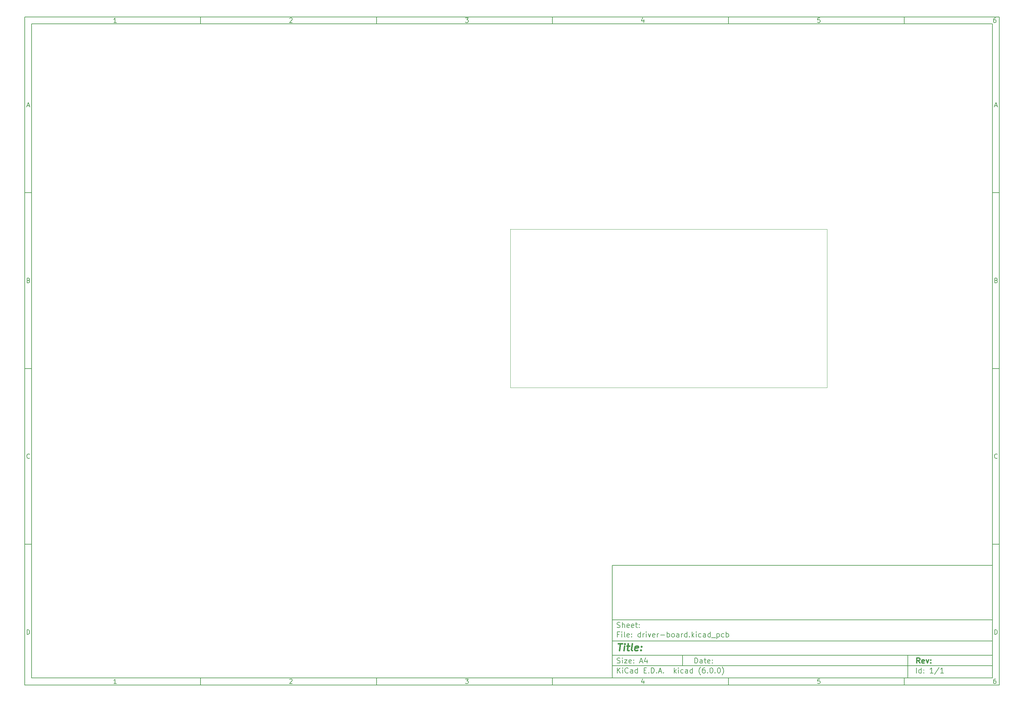
<source format=gbr>
%TF.GenerationSoftware,KiCad,Pcbnew,(6.0.0)*%
%TF.CreationDate,2022-05-25T15:20:13+02:00*%
%TF.ProjectId,driver-board,64726976-6572-42d6-926f-6172642e6b69,rev?*%
%TF.SameCoordinates,Original*%
%TF.FileFunction,Profile,NP*%
%FSLAX46Y46*%
G04 Gerber Fmt 4.6, Leading zero omitted, Abs format (unit mm)*
G04 Created by KiCad (PCBNEW (6.0.0)) date 2022-05-25 15:20:13*
%MOMM*%
%LPD*%
G01*
G04 APERTURE LIST*
%ADD10C,0.100000*%
%ADD11C,0.150000*%
%ADD12C,0.300000*%
%ADD13C,0.400000*%
%TA.AperFunction,Profile*%
%ADD14C,0.100000*%
%TD*%
G04 APERTURE END LIST*
D10*
D11*
X177002200Y-166007200D02*
X177002200Y-198007200D01*
X285002200Y-198007200D01*
X285002200Y-166007200D01*
X177002200Y-166007200D01*
D10*
D11*
X10000000Y-10000000D02*
X10000000Y-200007200D01*
X287002200Y-200007200D01*
X287002200Y-10000000D01*
X10000000Y-10000000D01*
D10*
D11*
X12000000Y-12000000D02*
X12000000Y-198007200D01*
X285002200Y-198007200D01*
X285002200Y-12000000D01*
X12000000Y-12000000D01*
D10*
D11*
X60000000Y-12000000D02*
X60000000Y-10000000D01*
D10*
D11*
X110000000Y-12000000D02*
X110000000Y-10000000D01*
D10*
D11*
X160000000Y-12000000D02*
X160000000Y-10000000D01*
D10*
D11*
X210000000Y-12000000D02*
X210000000Y-10000000D01*
D10*
D11*
X260000000Y-12000000D02*
X260000000Y-10000000D01*
D10*
D11*
X36065476Y-11588095D02*
X35322619Y-11588095D01*
X35694047Y-11588095D02*
X35694047Y-10288095D01*
X35570238Y-10473809D01*
X35446428Y-10597619D01*
X35322619Y-10659523D01*
D10*
D11*
X85322619Y-10411904D02*
X85384523Y-10350000D01*
X85508333Y-10288095D01*
X85817857Y-10288095D01*
X85941666Y-10350000D01*
X86003571Y-10411904D01*
X86065476Y-10535714D01*
X86065476Y-10659523D01*
X86003571Y-10845238D01*
X85260714Y-11588095D01*
X86065476Y-11588095D01*
D10*
D11*
X135260714Y-10288095D02*
X136065476Y-10288095D01*
X135632142Y-10783333D01*
X135817857Y-10783333D01*
X135941666Y-10845238D01*
X136003571Y-10907142D01*
X136065476Y-11030952D01*
X136065476Y-11340476D01*
X136003571Y-11464285D01*
X135941666Y-11526190D01*
X135817857Y-11588095D01*
X135446428Y-11588095D01*
X135322619Y-11526190D01*
X135260714Y-11464285D01*
D10*
D11*
X185941666Y-10721428D02*
X185941666Y-11588095D01*
X185632142Y-10226190D02*
X185322619Y-11154761D01*
X186127380Y-11154761D01*
D10*
D11*
X236003571Y-10288095D02*
X235384523Y-10288095D01*
X235322619Y-10907142D01*
X235384523Y-10845238D01*
X235508333Y-10783333D01*
X235817857Y-10783333D01*
X235941666Y-10845238D01*
X236003571Y-10907142D01*
X236065476Y-11030952D01*
X236065476Y-11340476D01*
X236003571Y-11464285D01*
X235941666Y-11526190D01*
X235817857Y-11588095D01*
X235508333Y-11588095D01*
X235384523Y-11526190D01*
X235322619Y-11464285D01*
D10*
D11*
X285941666Y-10288095D02*
X285694047Y-10288095D01*
X285570238Y-10350000D01*
X285508333Y-10411904D01*
X285384523Y-10597619D01*
X285322619Y-10845238D01*
X285322619Y-11340476D01*
X285384523Y-11464285D01*
X285446428Y-11526190D01*
X285570238Y-11588095D01*
X285817857Y-11588095D01*
X285941666Y-11526190D01*
X286003571Y-11464285D01*
X286065476Y-11340476D01*
X286065476Y-11030952D01*
X286003571Y-10907142D01*
X285941666Y-10845238D01*
X285817857Y-10783333D01*
X285570238Y-10783333D01*
X285446428Y-10845238D01*
X285384523Y-10907142D01*
X285322619Y-11030952D01*
D10*
D11*
X60000000Y-198007200D02*
X60000000Y-200007200D01*
D10*
D11*
X110000000Y-198007200D02*
X110000000Y-200007200D01*
D10*
D11*
X160000000Y-198007200D02*
X160000000Y-200007200D01*
D10*
D11*
X210000000Y-198007200D02*
X210000000Y-200007200D01*
D10*
D11*
X260000000Y-198007200D02*
X260000000Y-200007200D01*
D10*
D11*
X36065476Y-199595295D02*
X35322619Y-199595295D01*
X35694047Y-199595295D02*
X35694047Y-198295295D01*
X35570238Y-198481009D01*
X35446428Y-198604819D01*
X35322619Y-198666723D01*
D10*
D11*
X85322619Y-198419104D02*
X85384523Y-198357200D01*
X85508333Y-198295295D01*
X85817857Y-198295295D01*
X85941666Y-198357200D01*
X86003571Y-198419104D01*
X86065476Y-198542914D01*
X86065476Y-198666723D01*
X86003571Y-198852438D01*
X85260714Y-199595295D01*
X86065476Y-199595295D01*
D10*
D11*
X135260714Y-198295295D02*
X136065476Y-198295295D01*
X135632142Y-198790533D01*
X135817857Y-198790533D01*
X135941666Y-198852438D01*
X136003571Y-198914342D01*
X136065476Y-199038152D01*
X136065476Y-199347676D01*
X136003571Y-199471485D01*
X135941666Y-199533390D01*
X135817857Y-199595295D01*
X135446428Y-199595295D01*
X135322619Y-199533390D01*
X135260714Y-199471485D01*
D10*
D11*
X185941666Y-198728628D02*
X185941666Y-199595295D01*
X185632142Y-198233390D02*
X185322619Y-199161961D01*
X186127380Y-199161961D01*
D10*
D11*
X236003571Y-198295295D02*
X235384523Y-198295295D01*
X235322619Y-198914342D01*
X235384523Y-198852438D01*
X235508333Y-198790533D01*
X235817857Y-198790533D01*
X235941666Y-198852438D01*
X236003571Y-198914342D01*
X236065476Y-199038152D01*
X236065476Y-199347676D01*
X236003571Y-199471485D01*
X235941666Y-199533390D01*
X235817857Y-199595295D01*
X235508333Y-199595295D01*
X235384523Y-199533390D01*
X235322619Y-199471485D01*
D10*
D11*
X285941666Y-198295295D02*
X285694047Y-198295295D01*
X285570238Y-198357200D01*
X285508333Y-198419104D01*
X285384523Y-198604819D01*
X285322619Y-198852438D01*
X285322619Y-199347676D01*
X285384523Y-199471485D01*
X285446428Y-199533390D01*
X285570238Y-199595295D01*
X285817857Y-199595295D01*
X285941666Y-199533390D01*
X286003571Y-199471485D01*
X286065476Y-199347676D01*
X286065476Y-199038152D01*
X286003571Y-198914342D01*
X285941666Y-198852438D01*
X285817857Y-198790533D01*
X285570238Y-198790533D01*
X285446428Y-198852438D01*
X285384523Y-198914342D01*
X285322619Y-199038152D01*
D10*
D11*
X10000000Y-60000000D02*
X12000000Y-60000000D01*
D10*
D11*
X10000000Y-110000000D02*
X12000000Y-110000000D01*
D10*
D11*
X10000000Y-160000000D02*
X12000000Y-160000000D01*
D10*
D11*
X10690476Y-35216666D02*
X11309523Y-35216666D01*
X10566666Y-35588095D02*
X11000000Y-34288095D01*
X11433333Y-35588095D01*
D10*
D11*
X11092857Y-84907142D02*
X11278571Y-84969047D01*
X11340476Y-85030952D01*
X11402380Y-85154761D01*
X11402380Y-85340476D01*
X11340476Y-85464285D01*
X11278571Y-85526190D01*
X11154761Y-85588095D01*
X10659523Y-85588095D01*
X10659523Y-84288095D01*
X11092857Y-84288095D01*
X11216666Y-84350000D01*
X11278571Y-84411904D01*
X11340476Y-84535714D01*
X11340476Y-84659523D01*
X11278571Y-84783333D01*
X11216666Y-84845238D01*
X11092857Y-84907142D01*
X10659523Y-84907142D01*
D10*
D11*
X11402380Y-135464285D02*
X11340476Y-135526190D01*
X11154761Y-135588095D01*
X11030952Y-135588095D01*
X10845238Y-135526190D01*
X10721428Y-135402380D01*
X10659523Y-135278571D01*
X10597619Y-135030952D01*
X10597619Y-134845238D01*
X10659523Y-134597619D01*
X10721428Y-134473809D01*
X10845238Y-134350000D01*
X11030952Y-134288095D01*
X11154761Y-134288095D01*
X11340476Y-134350000D01*
X11402380Y-134411904D01*
D10*
D11*
X10659523Y-185588095D02*
X10659523Y-184288095D01*
X10969047Y-184288095D01*
X11154761Y-184350000D01*
X11278571Y-184473809D01*
X11340476Y-184597619D01*
X11402380Y-184845238D01*
X11402380Y-185030952D01*
X11340476Y-185278571D01*
X11278571Y-185402380D01*
X11154761Y-185526190D01*
X10969047Y-185588095D01*
X10659523Y-185588095D01*
D10*
D11*
X287002200Y-60000000D02*
X285002200Y-60000000D01*
D10*
D11*
X287002200Y-110000000D02*
X285002200Y-110000000D01*
D10*
D11*
X287002200Y-160000000D02*
X285002200Y-160000000D01*
D10*
D11*
X285692676Y-35216666D02*
X286311723Y-35216666D01*
X285568866Y-35588095D02*
X286002200Y-34288095D01*
X286435533Y-35588095D01*
D10*
D11*
X286095057Y-84907142D02*
X286280771Y-84969047D01*
X286342676Y-85030952D01*
X286404580Y-85154761D01*
X286404580Y-85340476D01*
X286342676Y-85464285D01*
X286280771Y-85526190D01*
X286156961Y-85588095D01*
X285661723Y-85588095D01*
X285661723Y-84288095D01*
X286095057Y-84288095D01*
X286218866Y-84350000D01*
X286280771Y-84411904D01*
X286342676Y-84535714D01*
X286342676Y-84659523D01*
X286280771Y-84783333D01*
X286218866Y-84845238D01*
X286095057Y-84907142D01*
X285661723Y-84907142D01*
D10*
D11*
X286404580Y-135464285D02*
X286342676Y-135526190D01*
X286156961Y-135588095D01*
X286033152Y-135588095D01*
X285847438Y-135526190D01*
X285723628Y-135402380D01*
X285661723Y-135278571D01*
X285599819Y-135030952D01*
X285599819Y-134845238D01*
X285661723Y-134597619D01*
X285723628Y-134473809D01*
X285847438Y-134350000D01*
X286033152Y-134288095D01*
X286156961Y-134288095D01*
X286342676Y-134350000D01*
X286404580Y-134411904D01*
D10*
D11*
X285661723Y-185588095D02*
X285661723Y-184288095D01*
X285971247Y-184288095D01*
X286156961Y-184350000D01*
X286280771Y-184473809D01*
X286342676Y-184597619D01*
X286404580Y-184845238D01*
X286404580Y-185030952D01*
X286342676Y-185278571D01*
X286280771Y-185402380D01*
X286156961Y-185526190D01*
X285971247Y-185588095D01*
X285661723Y-185588095D01*
D10*
D11*
X200434342Y-193785771D02*
X200434342Y-192285771D01*
X200791485Y-192285771D01*
X201005771Y-192357200D01*
X201148628Y-192500057D01*
X201220057Y-192642914D01*
X201291485Y-192928628D01*
X201291485Y-193142914D01*
X201220057Y-193428628D01*
X201148628Y-193571485D01*
X201005771Y-193714342D01*
X200791485Y-193785771D01*
X200434342Y-193785771D01*
X202577200Y-193785771D02*
X202577200Y-193000057D01*
X202505771Y-192857200D01*
X202362914Y-192785771D01*
X202077200Y-192785771D01*
X201934342Y-192857200D01*
X202577200Y-193714342D02*
X202434342Y-193785771D01*
X202077200Y-193785771D01*
X201934342Y-193714342D01*
X201862914Y-193571485D01*
X201862914Y-193428628D01*
X201934342Y-193285771D01*
X202077200Y-193214342D01*
X202434342Y-193214342D01*
X202577200Y-193142914D01*
X203077200Y-192785771D02*
X203648628Y-192785771D01*
X203291485Y-192285771D02*
X203291485Y-193571485D01*
X203362914Y-193714342D01*
X203505771Y-193785771D01*
X203648628Y-193785771D01*
X204720057Y-193714342D02*
X204577200Y-193785771D01*
X204291485Y-193785771D01*
X204148628Y-193714342D01*
X204077200Y-193571485D01*
X204077200Y-193000057D01*
X204148628Y-192857200D01*
X204291485Y-192785771D01*
X204577200Y-192785771D01*
X204720057Y-192857200D01*
X204791485Y-193000057D01*
X204791485Y-193142914D01*
X204077200Y-193285771D01*
X205434342Y-193642914D02*
X205505771Y-193714342D01*
X205434342Y-193785771D01*
X205362914Y-193714342D01*
X205434342Y-193642914D01*
X205434342Y-193785771D01*
X205434342Y-192857200D02*
X205505771Y-192928628D01*
X205434342Y-193000057D01*
X205362914Y-192928628D01*
X205434342Y-192857200D01*
X205434342Y-193000057D01*
D10*
D11*
X177002200Y-194507200D02*
X285002200Y-194507200D01*
D10*
D11*
X178434342Y-196585771D02*
X178434342Y-195085771D01*
X179291485Y-196585771D02*
X178648628Y-195728628D01*
X179291485Y-195085771D02*
X178434342Y-195942914D01*
X179934342Y-196585771D02*
X179934342Y-195585771D01*
X179934342Y-195085771D02*
X179862914Y-195157200D01*
X179934342Y-195228628D01*
X180005771Y-195157200D01*
X179934342Y-195085771D01*
X179934342Y-195228628D01*
X181505771Y-196442914D02*
X181434342Y-196514342D01*
X181220057Y-196585771D01*
X181077200Y-196585771D01*
X180862914Y-196514342D01*
X180720057Y-196371485D01*
X180648628Y-196228628D01*
X180577200Y-195942914D01*
X180577200Y-195728628D01*
X180648628Y-195442914D01*
X180720057Y-195300057D01*
X180862914Y-195157200D01*
X181077200Y-195085771D01*
X181220057Y-195085771D01*
X181434342Y-195157200D01*
X181505771Y-195228628D01*
X182791485Y-196585771D02*
X182791485Y-195800057D01*
X182720057Y-195657200D01*
X182577200Y-195585771D01*
X182291485Y-195585771D01*
X182148628Y-195657200D01*
X182791485Y-196514342D02*
X182648628Y-196585771D01*
X182291485Y-196585771D01*
X182148628Y-196514342D01*
X182077200Y-196371485D01*
X182077200Y-196228628D01*
X182148628Y-196085771D01*
X182291485Y-196014342D01*
X182648628Y-196014342D01*
X182791485Y-195942914D01*
X184148628Y-196585771D02*
X184148628Y-195085771D01*
X184148628Y-196514342D02*
X184005771Y-196585771D01*
X183720057Y-196585771D01*
X183577200Y-196514342D01*
X183505771Y-196442914D01*
X183434342Y-196300057D01*
X183434342Y-195871485D01*
X183505771Y-195728628D01*
X183577200Y-195657200D01*
X183720057Y-195585771D01*
X184005771Y-195585771D01*
X184148628Y-195657200D01*
X186005771Y-195800057D02*
X186505771Y-195800057D01*
X186720057Y-196585771D02*
X186005771Y-196585771D01*
X186005771Y-195085771D01*
X186720057Y-195085771D01*
X187362914Y-196442914D02*
X187434342Y-196514342D01*
X187362914Y-196585771D01*
X187291485Y-196514342D01*
X187362914Y-196442914D01*
X187362914Y-196585771D01*
X188077200Y-196585771D02*
X188077200Y-195085771D01*
X188434342Y-195085771D01*
X188648628Y-195157200D01*
X188791485Y-195300057D01*
X188862914Y-195442914D01*
X188934342Y-195728628D01*
X188934342Y-195942914D01*
X188862914Y-196228628D01*
X188791485Y-196371485D01*
X188648628Y-196514342D01*
X188434342Y-196585771D01*
X188077200Y-196585771D01*
X189577200Y-196442914D02*
X189648628Y-196514342D01*
X189577200Y-196585771D01*
X189505771Y-196514342D01*
X189577200Y-196442914D01*
X189577200Y-196585771D01*
X190220057Y-196157200D02*
X190934342Y-196157200D01*
X190077200Y-196585771D02*
X190577200Y-195085771D01*
X191077200Y-196585771D01*
X191577200Y-196442914D02*
X191648628Y-196514342D01*
X191577200Y-196585771D01*
X191505771Y-196514342D01*
X191577200Y-196442914D01*
X191577200Y-196585771D01*
X194577200Y-196585771D02*
X194577200Y-195085771D01*
X194720057Y-196014342D02*
X195148628Y-196585771D01*
X195148628Y-195585771D02*
X194577200Y-196157200D01*
X195791485Y-196585771D02*
X195791485Y-195585771D01*
X195791485Y-195085771D02*
X195720057Y-195157200D01*
X195791485Y-195228628D01*
X195862914Y-195157200D01*
X195791485Y-195085771D01*
X195791485Y-195228628D01*
X197148628Y-196514342D02*
X197005771Y-196585771D01*
X196720057Y-196585771D01*
X196577200Y-196514342D01*
X196505771Y-196442914D01*
X196434342Y-196300057D01*
X196434342Y-195871485D01*
X196505771Y-195728628D01*
X196577200Y-195657200D01*
X196720057Y-195585771D01*
X197005771Y-195585771D01*
X197148628Y-195657200D01*
X198434342Y-196585771D02*
X198434342Y-195800057D01*
X198362914Y-195657200D01*
X198220057Y-195585771D01*
X197934342Y-195585771D01*
X197791485Y-195657200D01*
X198434342Y-196514342D02*
X198291485Y-196585771D01*
X197934342Y-196585771D01*
X197791485Y-196514342D01*
X197720057Y-196371485D01*
X197720057Y-196228628D01*
X197791485Y-196085771D01*
X197934342Y-196014342D01*
X198291485Y-196014342D01*
X198434342Y-195942914D01*
X199791485Y-196585771D02*
X199791485Y-195085771D01*
X199791485Y-196514342D02*
X199648628Y-196585771D01*
X199362914Y-196585771D01*
X199220057Y-196514342D01*
X199148628Y-196442914D01*
X199077200Y-196300057D01*
X199077200Y-195871485D01*
X199148628Y-195728628D01*
X199220057Y-195657200D01*
X199362914Y-195585771D01*
X199648628Y-195585771D01*
X199791485Y-195657200D01*
X202077200Y-197157200D02*
X202005771Y-197085771D01*
X201862914Y-196871485D01*
X201791485Y-196728628D01*
X201720057Y-196514342D01*
X201648628Y-196157200D01*
X201648628Y-195871485D01*
X201720057Y-195514342D01*
X201791485Y-195300057D01*
X201862914Y-195157200D01*
X202005771Y-194942914D01*
X202077200Y-194871485D01*
X203291485Y-195085771D02*
X203005771Y-195085771D01*
X202862914Y-195157200D01*
X202791485Y-195228628D01*
X202648628Y-195442914D01*
X202577200Y-195728628D01*
X202577200Y-196300057D01*
X202648628Y-196442914D01*
X202720057Y-196514342D01*
X202862914Y-196585771D01*
X203148628Y-196585771D01*
X203291485Y-196514342D01*
X203362914Y-196442914D01*
X203434342Y-196300057D01*
X203434342Y-195942914D01*
X203362914Y-195800057D01*
X203291485Y-195728628D01*
X203148628Y-195657200D01*
X202862914Y-195657200D01*
X202720057Y-195728628D01*
X202648628Y-195800057D01*
X202577200Y-195942914D01*
X204077200Y-196442914D02*
X204148628Y-196514342D01*
X204077200Y-196585771D01*
X204005771Y-196514342D01*
X204077200Y-196442914D01*
X204077200Y-196585771D01*
X205077200Y-195085771D02*
X205220057Y-195085771D01*
X205362914Y-195157200D01*
X205434342Y-195228628D01*
X205505771Y-195371485D01*
X205577200Y-195657200D01*
X205577200Y-196014342D01*
X205505771Y-196300057D01*
X205434342Y-196442914D01*
X205362914Y-196514342D01*
X205220057Y-196585771D01*
X205077200Y-196585771D01*
X204934342Y-196514342D01*
X204862914Y-196442914D01*
X204791485Y-196300057D01*
X204720057Y-196014342D01*
X204720057Y-195657200D01*
X204791485Y-195371485D01*
X204862914Y-195228628D01*
X204934342Y-195157200D01*
X205077200Y-195085771D01*
X206220057Y-196442914D02*
X206291485Y-196514342D01*
X206220057Y-196585771D01*
X206148628Y-196514342D01*
X206220057Y-196442914D01*
X206220057Y-196585771D01*
X207220057Y-195085771D02*
X207362914Y-195085771D01*
X207505771Y-195157200D01*
X207577200Y-195228628D01*
X207648628Y-195371485D01*
X207720057Y-195657200D01*
X207720057Y-196014342D01*
X207648628Y-196300057D01*
X207577200Y-196442914D01*
X207505771Y-196514342D01*
X207362914Y-196585771D01*
X207220057Y-196585771D01*
X207077200Y-196514342D01*
X207005771Y-196442914D01*
X206934342Y-196300057D01*
X206862914Y-196014342D01*
X206862914Y-195657200D01*
X206934342Y-195371485D01*
X207005771Y-195228628D01*
X207077200Y-195157200D01*
X207220057Y-195085771D01*
X208220057Y-197157200D02*
X208291485Y-197085771D01*
X208434342Y-196871485D01*
X208505771Y-196728628D01*
X208577200Y-196514342D01*
X208648628Y-196157200D01*
X208648628Y-195871485D01*
X208577200Y-195514342D01*
X208505771Y-195300057D01*
X208434342Y-195157200D01*
X208291485Y-194942914D01*
X208220057Y-194871485D01*
D10*
D11*
X177002200Y-191507200D02*
X285002200Y-191507200D01*
D10*
D12*
X264411485Y-193785771D02*
X263911485Y-193071485D01*
X263554342Y-193785771D02*
X263554342Y-192285771D01*
X264125771Y-192285771D01*
X264268628Y-192357200D01*
X264340057Y-192428628D01*
X264411485Y-192571485D01*
X264411485Y-192785771D01*
X264340057Y-192928628D01*
X264268628Y-193000057D01*
X264125771Y-193071485D01*
X263554342Y-193071485D01*
X265625771Y-193714342D02*
X265482914Y-193785771D01*
X265197200Y-193785771D01*
X265054342Y-193714342D01*
X264982914Y-193571485D01*
X264982914Y-193000057D01*
X265054342Y-192857200D01*
X265197200Y-192785771D01*
X265482914Y-192785771D01*
X265625771Y-192857200D01*
X265697200Y-193000057D01*
X265697200Y-193142914D01*
X264982914Y-193285771D01*
X266197200Y-192785771D02*
X266554342Y-193785771D01*
X266911485Y-192785771D01*
X267482914Y-193642914D02*
X267554342Y-193714342D01*
X267482914Y-193785771D01*
X267411485Y-193714342D01*
X267482914Y-193642914D01*
X267482914Y-193785771D01*
X267482914Y-192857200D02*
X267554342Y-192928628D01*
X267482914Y-193000057D01*
X267411485Y-192928628D01*
X267482914Y-192857200D01*
X267482914Y-193000057D01*
D10*
D11*
X178362914Y-193714342D02*
X178577200Y-193785771D01*
X178934342Y-193785771D01*
X179077200Y-193714342D01*
X179148628Y-193642914D01*
X179220057Y-193500057D01*
X179220057Y-193357200D01*
X179148628Y-193214342D01*
X179077200Y-193142914D01*
X178934342Y-193071485D01*
X178648628Y-193000057D01*
X178505771Y-192928628D01*
X178434342Y-192857200D01*
X178362914Y-192714342D01*
X178362914Y-192571485D01*
X178434342Y-192428628D01*
X178505771Y-192357200D01*
X178648628Y-192285771D01*
X179005771Y-192285771D01*
X179220057Y-192357200D01*
X179862914Y-193785771D02*
X179862914Y-192785771D01*
X179862914Y-192285771D02*
X179791485Y-192357200D01*
X179862914Y-192428628D01*
X179934342Y-192357200D01*
X179862914Y-192285771D01*
X179862914Y-192428628D01*
X180434342Y-192785771D02*
X181220057Y-192785771D01*
X180434342Y-193785771D01*
X181220057Y-193785771D01*
X182362914Y-193714342D02*
X182220057Y-193785771D01*
X181934342Y-193785771D01*
X181791485Y-193714342D01*
X181720057Y-193571485D01*
X181720057Y-193000057D01*
X181791485Y-192857200D01*
X181934342Y-192785771D01*
X182220057Y-192785771D01*
X182362914Y-192857200D01*
X182434342Y-193000057D01*
X182434342Y-193142914D01*
X181720057Y-193285771D01*
X183077200Y-193642914D02*
X183148628Y-193714342D01*
X183077200Y-193785771D01*
X183005771Y-193714342D01*
X183077200Y-193642914D01*
X183077200Y-193785771D01*
X183077200Y-192857200D02*
X183148628Y-192928628D01*
X183077200Y-193000057D01*
X183005771Y-192928628D01*
X183077200Y-192857200D01*
X183077200Y-193000057D01*
X184862914Y-193357200D02*
X185577200Y-193357200D01*
X184720057Y-193785771D02*
X185220057Y-192285771D01*
X185720057Y-193785771D01*
X186862914Y-192785771D02*
X186862914Y-193785771D01*
X186505771Y-192214342D02*
X186148628Y-193285771D01*
X187077200Y-193285771D01*
D10*
D11*
X263434342Y-196585771D02*
X263434342Y-195085771D01*
X264791485Y-196585771D02*
X264791485Y-195085771D01*
X264791485Y-196514342D02*
X264648628Y-196585771D01*
X264362914Y-196585771D01*
X264220057Y-196514342D01*
X264148628Y-196442914D01*
X264077200Y-196300057D01*
X264077200Y-195871485D01*
X264148628Y-195728628D01*
X264220057Y-195657200D01*
X264362914Y-195585771D01*
X264648628Y-195585771D01*
X264791485Y-195657200D01*
X265505771Y-196442914D02*
X265577200Y-196514342D01*
X265505771Y-196585771D01*
X265434342Y-196514342D01*
X265505771Y-196442914D01*
X265505771Y-196585771D01*
X265505771Y-195657200D02*
X265577200Y-195728628D01*
X265505771Y-195800057D01*
X265434342Y-195728628D01*
X265505771Y-195657200D01*
X265505771Y-195800057D01*
X268148628Y-196585771D02*
X267291485Y-196585771D01*
X267720057Y-196585771D02*
X267720057Y-195085771D01*
X267577200Y-195300057D01*
X267434342Y-195442914D01*
X267291485Y-195514342D01*
X269862914Y-195014342D02*
X268577200Y-196942914D01*
X271148628Y-196585771D02*
X270291485Y-196585771D01*
X270720057Y-196585771D02*
X270720057Y-195085771D01*
X270577200Y-195300057D01*
X270434342Y-195442914D01*
X270291485Y-195514342D01*
D10*
D11*
X177002200Y-187507200D02*
X285002200Y-187507200D01*
D10*
D13*
X178714580Y-188211961D02*
X179857438Y-188211961D01*
X179036009Y-190211961D02*
X179286009Y-188211961D01*
X180274104Y-190211961D02*
X180440771Y-188878628D01*
X180524104Y-188211961D02*
X180416961Y-188307200D01*
X180500295Y-188402438D01*
X180607438Y-188307200D01*
X180524104Y-188211961D01*
X180500295Y-188402438D01*
X181107438Y-188878628D02*
X181869342Y-188878628D01*
X181476485Y-188211961D02*
X181262200Y-189926247D01*
X181333628Y-190116723D01*
X181512200Y-190211961D01*
X181702676Y-190211961D01*
X182655057Y-190211961D02*
X182476485Y-190116723D01*
X182405057Y-189926247D01*
X182619342Y-188211961D01*
X184190771Y-190116723D02*
X183988390Y-190211961D01*
X183607438Y-190211961D01*
X183428866Y-190116723D01*
X183357438Y-189926247D01*
X183452676Y-189164342D01*
X183571723Y-188973866D01*
X183774104Y-188878628D01*
X184155057Y-188878628D01*
X184333628Y-188973866D01*
X184405057Y-189164342D01*
X184381247Y-189354819D01*
X183405057Y-189545295D01*
X185155057Y-190021485D02*
X185238390Y-190116723D01*
X185131247Y-190211961D01*
X185047914Y-190116723D01*
X185155057Y-190021485D01*
X185131247Y-190211961D01*
X185286009Y-188973866D02*
X185369342Y-189069104D01*
X185262200Y-189164342D01*
X185178866Y-189069104D01*
X185286009Y-188973866D01*
X185262200Y-189164342D01*
D10*
D11*
X178934342Y-185600057D02*
X178434342Y-185600057D01*
X178434342Y-186385771D02*
X178434342Y-184885771D01*
X179148628Y-184885771D01*
X179720057Y-186385771D02*
X179720057Y-185385771D01*
X179720057Y-184885771D02*
X179648628Y-184957200D01*
X179720057Y-185028628D01*
X179791485Y-184957200D01*
X179720057Y-184885771D01*
X179720057Y-185028628D01*
X180648628Y-186385771D02*
X180505771Y-186314342D01*
X180434342Y-186171485D01*
X180434342Y-184885771D01*
X181791485Y-186314342D02*
X181648628Y-186385771D01*
X181362914Y-186385771D01*
X181220057Y-186314342D01*
X181148628Y-186171485D01*
X181148628Y-185600057D01*
X181220057Y-185457200D01*
X181362914Y-185385771D01*
X181648628Y-185385771D01*
X181791485Y-185457200D01*
X181862914Y-185600057D01*
X181862914Y-185742914D01*
X181148628Y-185885771D01*
X182505771Y-186242914D02*
X182577200Y-186314342D01*
X182505771Y-186385771D01*
X182434342Y-186314342D01*
X182505771Y-186242914D01*
X182505771Y-186385771D01*
X182505771Y-185457200D02*
X182577200Y-185528628D01*
X182505771Y-185600057D01*
X182434342Y-185528628D01*
X182505771Y-185457200D01*
X182505771Y-185600057D01*
X185005771Y-186385771D02*
X185005771Y-184885771D01*
X185005771Y-186314342D02*
X184862914Y-186385771D01*
X184577200Y-186385771D01*
X184434342Y-186314342D01*
X184362914Y-186242914D01*
X184291485Y-186100057D01*
X184291485Y-185671485D01*
X184362914Y-185528628D01*
X184434342Y-185457200D01*
X184577200Y-185385771D01*
X184862914Y-185385771D01*
X185005771Y-185457200D01*
X185720057Y-186385771D02*
X185720057Y-185385771D01*
X185720057Y-185671485D02*
X185791485Y-185528628D01*
X185862914Y-185457200D01*
X186005771Y-185385771D01*
X186148628Y-185385771D01*
X186648628Y-186385771D02*
X186648628Y-185385771D01*
X186648628Y-184885771D02*
X186577200Y-184957200D01*
X186648628Y-185028628D01*
X186720057Y-184957200D01*
X186648628Y-184885771D01*
X186648628Y-185028628D01*
X187220057Y-185385771D02*
X187577200Y-186385771D01*
X187934342Y-185385771D01*
X189077200Y-186314342D02*
X188934342Y-186385771D01*
X188648628Y-186385771D01*
X188505771Y-186314342D01*
X188434342Y-186171485D01*
X188434342Y-185600057D01*
X188505771Y-185457200D01*
X188648628Y-185385771D01*
X188934342Y-185385771D01*
X189077200Y-185457200D01*
X189148628Y-185600057D01*
X189148628Y-185742914D01*
X188434342Y-185885771D01*
X189791485Y-186385771D02*
X189791485Y-185385771D01*
X189791485Y-185671485D02*
X189862914Y-185528628D01*
X189934342Y-185457200D01*
X190077200Y-185385771D01*
X190220057Y-185385771D01*
X190720057Y-185814342D02*
X191862914Y-185814342D01*
X192577200Y-186385771D02*
X192577200Y-184885771D01*
X192577200Y-185457200D02*
X192720057Y-185385771D01*
X193005771Y-185385771D01*
X193148628Y-185457200D01*
X193220057Y-185528628D01*
X193291485Y-185671485D01*
X193291485Y-186100057D01*
X193220057Y-186242914D01*
X193148628Y-186314342D01*
X193005771Y-186385771D01*
X192720057Y-186385771D01*
X192577200Y-186314342D01*
X194148628Y-186385771D02*
X194005771Y-186314342D01*
X193934342Y-186242914D01*
X193862914Y-186100057D01*
X193862914Y-185671485D01*
X193934342Y-185528628D01*
X194005771Y-185457200D01*
X194148628Y-185385771D01*
X194362914Y-185385771D01*
X194505771Y-185457200D01*
X194577200Y-185528628D01*
X194648628Y-185671485D01*
X194648628Y-186100057D01*
X194577200Y-186242914D01*
X194505771Y-186314342D01*
X194362914Y-186385771D01*
X194148628Y-186385771D01*
X195934342Y-186385771D02*
X195934342Y-185600057D01*
X195862914Y-185457200D01*
X195720057Y-185385771D01*
X195434342Y-185385771D01*
X195291485Y-185457200D01*
X195934342Y-186314342D02*
X195791485Y-186385771D01*
X195434342Y-186385771D01*
X195291485Y-186314342D01*
X195220057Y-186171485D01*
X195220057Y-186028628D01*
X195291485Y-185885771D01*
X195434342Y-185814342D01*
X195791485Y-185814342D01*
X195934342Y-185742914D01*
X196648628Y-186385771D02*
X196648628Y-185385771D01*
X196648628Y-185671485D02*
X196720057Y-185528628D01*
X196791485Y-185457200D01*
X196934342Y-185385771D01*
X197077200Y-185385771D01*
X198220057Y-186385771D02*
X198220057Y-184885771D01*
X198220057Y-186314342D02*
X198077200Y-186385771D01*
X197791485Y-186385771D01*
X197648628Y-186314342D01*
X197577200Y-186242914D01*
X197505771Y-186100057D01*
X197505771Y-185671485D01*
X197577200Y-185528628D01*
X197648628Y-185457200D01*
X197791485Y-185385771D01*
X198077200Y-185385771D01*
X198220057Y-185457200D01*
X198934342Y-186242914D02*
X199005771Y-186314342D01*
X198934342Y-186385771D01*
X198862914Y-186314342D01*
X198934342Y-186242914D01*
X198934342Y-186385771D01*
X199648628Y-186385771D02*
X199648628Y-184885771D01*
X199791485Y-185814342D02*
X200220057Y-186385771D01*
X200220057Y-185385771D02*
X199648628Y-185957200D01*
X200862914Y-186385771D02*
X200862914Y-185385771D01*
X200862914Y-184885771D02*
X200791485Y-184957200D01*
X200862914Y-185028628D01*
X200934342Y-184957200D01*
X200862914Y-184885771D01*
X200862914Y-185028628D01*
X202220057Y-186314342D02*
X202077200Y-186385771D01*
X201791485Y-186385771D01*
X201648628Y-186314342D01*
X201577200Y-186242914D01*
X201505771Y-186100057D01*
X201505771Y-185671485D01*
X201577200Y-185528628D01*
X201648628Y-185457200D01*
X201791485Y-185385771D01*
X202077200Y-185385771D01*
X202220057Y-185457200D01*
X203505771Y-186385771D02*
X203505771Y-185600057D01*
X203434342Y-185457200D01*
X203291485Y-185385771D01*
X203005771Y-185385771D01*
X202862914Y-185457200D01*
X203505771Y-186314342D02*
X203362914Y-186385771D01*
X203005771Y-186385771D01*
X202862914Y-186314342D01*
X202791485Y-186171485D01*
X202791485Y-186028628D01*
X202862914Y-185885771D01*
X203005771Y-185814342D01*
X203362914Y-185814342D01*
X203505771Y-185742914D01*
X204862914Y-186385771D02*
X204862914Y-184885771D01*
X204862914Y-186314342D02*
X204720057Y-186385771D01*
X204434342Y-186385771D01*
X204291485Y-186314342D01*
X204220057Y-186242914D01*
X204148628Y-186100057D01*
X204148628Y-185671485D01*
X204220057Y-185528628D01*
X204291485Y-185457200D01*
X204434342Y-185385771D01*
X204720057Y-185385771D01*
X204862914Y-185457200D01*
X205220057Y-186528628D02*
X206362914Y-186528628D01*
X206720057Y-185385771D02*
X206720057Y-186885771D01*
X206720057Y-185457200D02*
X206862914Y-185385771D01*
X207148628Y-185385771D01*
X207291485Y-185457200D01*
X207362914Y-185528628D01*
X207434342Y-185671485D01*
X207434342Y-186100057D01*
X207362914Y-186242914D01*
X207291485Y-186314342D01*
X207148628Y-186385771D01*
X206862914Y-186385771D01*
X206720057Y-186314342D01*
X208720057Y-186314342D02*
X208577200Y-186385771D01*
X208291485Y-186385771D01*
X208148628Y-186314342D01*
X208077200Y-186242914D01*
X208005771Y-186100057D01*
X208005771Y-185671485D01*
X208077200Y-185528628D01*
X208148628Y-185457200D01*
X208291485Y-185385771D01*
X208577200Y-185385771D01*
X208720057Y-185457200D01*
X209362914Y-186385771D02*
X209362914Y-184885771D01*
X209362914Y-185457200D02*
X209505771Y-185385771D01*
X209791485Y-185385771D01*
X209934342Y-185457200D01*
X210005771Y-185528628D01*
X210077200Y-185671485D01*
X210077200Y-186100057D01*
X210005771Y-186242914D01*
X209934342Y-186314342D01*
X209791485Y-186385771D01*
X209505771Y-186385771D01*
X209362914Y-186314342D01*
D10*
D11*
X177002200Y-181507200D02*
X285002200Y-181507200D01*
D10*
D11*
X178362914Y-183614342D02*
X178577200Y-183685771D01*
X178934342Y-183685771D01*
X179077200Y-183614342D01*
X179148628Y-183542914D01*
X179220057Y-183400057D01*
X179220057Y-183257200D01*
X179148628Y-183114342D01*
X179077200Y-183042914D01*
X178934342Y-182971485D01*
X178648628Y-182900057D01*
X178505771Y-182828628D01*
X178434342Y-182757200D01*
X178362914Y-182614342D01*
X178362914Y-182471485D01*
X178434342Y-182328628D01*
X178505771Y-182257200D01*
X178648628Y-182185771D01*
X179005771Y-182185771D01*
X179220057Y-182257200D01*
X179862914Y-183685771D02*
X179862914Y-182185771D01*
X180505771Y-183685771D02*
X180505771Y-182900057D01*
X180434342Y-182757200D01*
X180291485Y-182685771D01*
X180077200Y-182685771D01*
X179934342Y-182757200D01*
X179862914Y-182828628D01*
X181791485Y-183614342D02*
X181648628Y-183685771D01*
X181362914Y-183685771D01*
X181220057Y-183614342D01*
X181148628Y-183471485D01*
X181148628Y-182900057D01*
X181220057Y-182757200D01*
X181362914Y-182685771D01*
X181648628Y-182685771D01*
X181791485Y-182757200D01*
X181862914Y-182900057D01*
X181862914Y-183042914D01*
X181148628Y-183185771D01*
X183077200Y-183614342D02*
X182934342Y-183685771D01*
X182648628Y-183685771D01*
X182505771Y-183614342D01*
X182434342Y-183471485D01*
X182434342Y-182900057D01*
X182505771Y-182757200D01*
X182648628Y-182685771D01*
X182934342Y-182685771D01*
X183077200Y-182757200D01*
X183148628Y-182900057D01*
X183148628Y-183042914D01*
X182434342Y-183185771D01*
X183577200Y-182685771D02*
X184148628Y-182685771D01*
X183791485Y-182185771D02*
X183791485Y-183471485D01*
X183862914Y-183614342D01*
X184005771Y-183685771D01*
X184148628Y-183685771D01*
X184648628Y-183542914D02*
X184720057Y-183614342D01*
X184648628Y-183685771D01*
X184577200Y-183614342D01*
X184648628Y-183542914D01*
X184648628Y-183685771D01*
X184648628Y-182757200D02*
X184720057Y-182828628D01*
X184648628Y-182900057D01*
X184577200Y-182828628D01*
X184648628Y-182757200D01*
X184648628Y-182900057D01*
D10*
D12*
D10*
D11*
D10*
D11*
D10*
D11*
D10*
D11*
D10*
D11*
X197002200Y-191507200D02*
X197002200Y-194507200D01*
D10*
D11*
X261002200Y-191507200D02*
X261002200Y-198007200D01*
D14*
X148000000Y-70300000D02*
X148000000Y-115400000D01*
X238000000Y-70400000D02*
X148000000Y-70400000D01*
X238000000Y-115400000D02*
X238000000Y-70400000D01*
X148000000Y-115400000D02*
X238000000Y-115400000D01*
M02*

</source>
